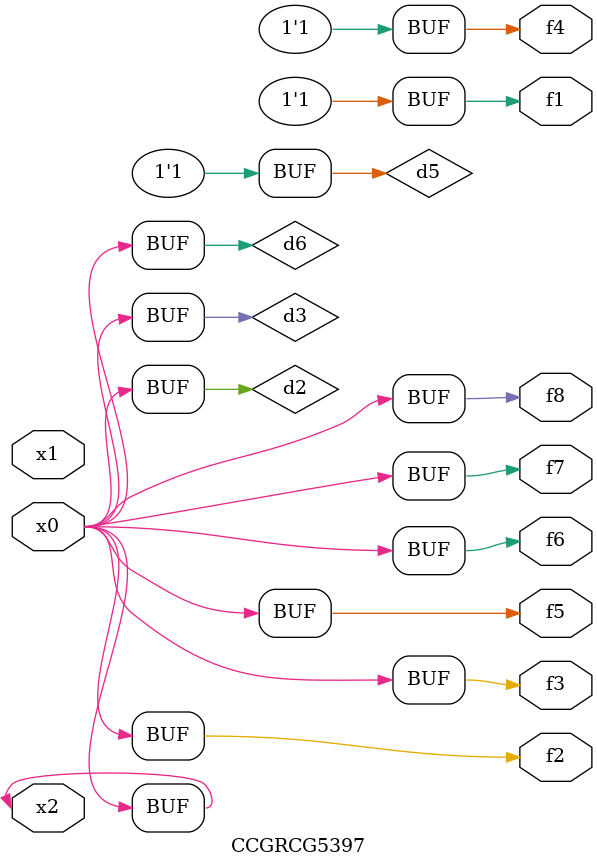
<source format=v>
module CCGRCG5397(
	input x0, x1, x2,
	output f1, f2, f3, f4, f5, f6, f7, f8
);

	wire d1, d2, d3, d4, d5, d6;

	xnor (d1, x2);
	buf (d2, x0, x2);
	and (d3, x0);
	xnor (d4, x1, x2);
	nand (d5, d1, d3);
	buf (d6, d2, d3);
	assign f1 = d5;
	assign f2 = d6;
	assign f3 = d6;
	assign f4 = d5;
	assign f5 = d6;
	assign f6 = d6;
	assign f7 = d6;
	assign f8 = d6;
endmodule

</source>
